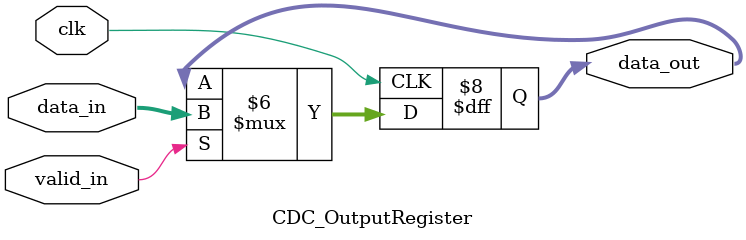
<source format=sv>

module CDC_Shifter #(
    parameter WIDTH = 8
)(
    input  wire                 src_clk,
    input  wire                 dst_clk,
    input  wire [WIDTH-1:0]     data_in,
    output wire [WIDTH-1:0]     data_out
);

    // Internal signals for inter-module connections
    wire [WIDTH-1:0] captured_data;
    wire             captured_valid;

    wire [WIDTH-1:0] synced_data;
    wire             synced_valid;

    // Stage 1: Data Capture in Source Clock Domain
    CDC_DataCapture #(
        .WIDTH(WIDTH)
    ) u_data_capture (
        .clk         (src_clk),
        .data_in     (data_in),
        .data_out    (captured_data),
        .valid_out   (captured_valid)
    );

    // Stage 2: Synchronization from Source to Destination Clock Domain
    CDC_Synchronizer #(
        .WIDTH(WIDTH)
    ) u_synchronizer (
        .src_data    (captured_data),
        .src_valid   (captured_valid),
        .dst_clk     (dst_clk),
        .dst_data    (synced_data),
        .dst_valid   (synced_valid)
    );

    // Stage 3: Output Register with Valid Gating in Destination Clock Domain
    CDC_OutputRegister #(
        .WIDTH(WIDTH)
    ) u_output_register (
        .clk         (dst_clk),
        .data_in     (synced_data),
        .valid_in    (synced_valid),
        .data_out    (data_out)
    );

endmodule

//-----------------------------------------------------------------------------
// CDC_DataCapture
// Captures input data and generates a valid signal in the source clock domain
//-----------------------------------------------------------------------------
module CDC_DataCapture #(
    parameter WIDTH = 8
)(
    input  wire                 clk,
    input  wire [WIDTH-1:0]     data_in,
    output reg  [WIDTH-1:0]     data_out,
    output reg                  valid_out
);
    always @(posedge clk) begin
        data_out  <= data_in;
        valid_out <= 1'b1;
    end
endmodule

//-----------------------------------------------------------------------------
// CDC_Synchronizer
// 2-stage synchronizer for data and valid signals from src to dst clock domain
//-----------------------------------------------------------------------------
module CDC_Synchronizer #(
    parameter WIDTH = 8
)(
    input  wire [WIDTH-1:0]     src_data,
    input  wire                 src_valid,
    input  wire                 dst_clk,
    output reg  [WIDTH-1:0]     dst_data,
    output reg                  dst_valid
);
    // Synchronizer registers for valid
    reg valid_sync1, valid_sync2;
    // Synchronizer registers for data
    reg [WIDTH-1:0] data_sync1, data_sync2;

    // Synchronize valid signal
    always @(posedge dst_clk) begin
        valid_sync1 <= src_valid;
        valid_sync2 <= valid_sync1;
    end

    // Synchronize data signal
    always @(posedge dst_clk) begin
        data_sync1 <= src_data;
        data_sync2 <= data_sync1;
    end

    // Assign outputs
    always @(posedge dst_clk) begin
        dst_data  <= data_sync2;
        dst_valid <= valid_sync2;
    end
endmodule

//-----------------------------------------------------------------------------
// CDC_OutputRegister
// Output register with valid gating in the destination clock domain
//-----------------------------------------------------------------------------
module CDC_OutputRegister #(
    parameter WIDTH = 8
)(
    input  wire                 clk,
    input  wire [WIDTH-1:0]     data_in,
    input  wire                 valid_in,
    output reg  [WIDTH-1:0]     data_out
);
    reg valid_latched;
    always @(posedge clk) begin
        if (valid_in) begin
            data_out      <= data_in;
            valid_latched <= 1'b1;
        end else begin
            valid_latched <= 1'b0;
        end
    end
endmodule
</source>
